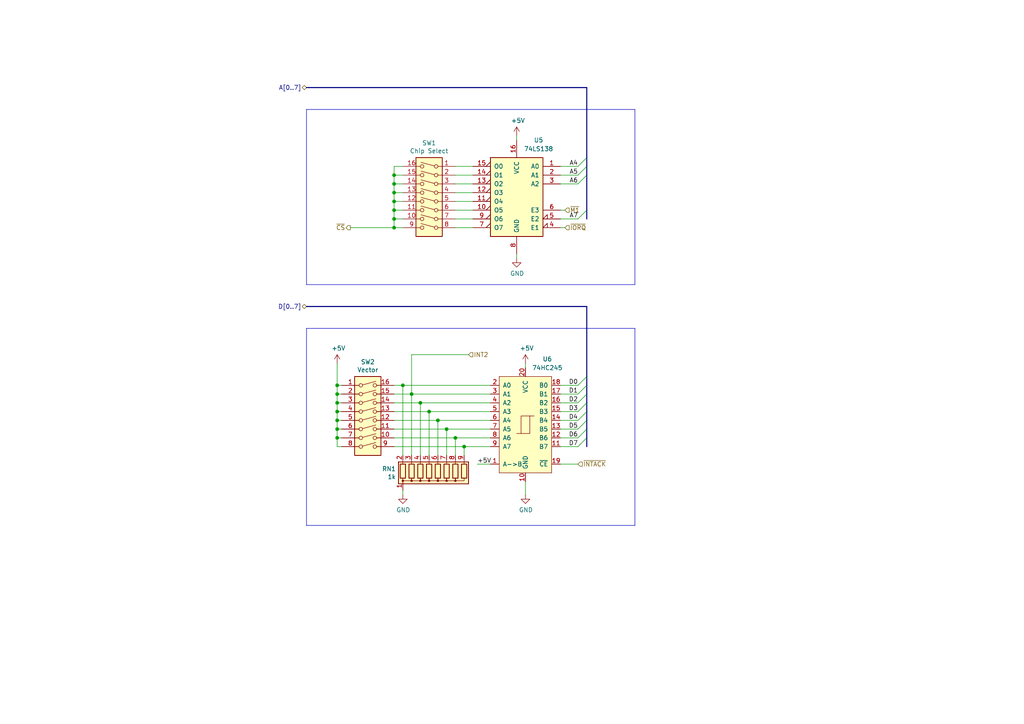
<source format=kicad_sch>
(kicad_sch (version 20230121) (generator eeschema)
  (paper "A4")
  (title_block (title "Project RackZ80 - RS232") (date "2021-04-09") (rev "1.0") (company "Jannik Kreucher"))
  (lib_symbols
    (symbol "74xx:74LS138" (pin_names (offset 1.016))
      (property "Reference" "U" (at -7.62 11.43 0))
      (property "Value" "74LS138" (at -7.62 -13.97 0))
      (symbol "74LS138_1_0"
        (pin input line (at -12.7 7.62 0) (length 5.08) (name "A0") (number "1"))
        (pin output output_low (at 12.7 -5.08 180) (length 5.08) (name "O5") (number "10"))
        (pin output output_low (at 12.7 -2.54 180) (length 5.08) (name "O4") (number "11"))
        (pin output output_low (at 12.7 0 180) (length 5.08) (name "O3") (number "12"))
        (pin output output_low (at 12.7 2.54 180) (length 5.08) (name "O2") (number "13"))
        (pin output output_low (at 12.7 5.08 180) (length 5.08) (name "O1") (number "14"))
        (pin output output_low (at 12.7 7.62 180) (length 5.08) (name "O0") (number "15"))
        (pin power_in line (at 0 15.24 270) (length 5.08) (name "VCC") (number "16"))
        (pin input line (at -12.7 5.08 0) (length 5.08) (name "A1") (number "2"))
        (pin input line (at -12.7 2.54 0) (length 5.08) (name "A2") (number "3"))
        (pin input input_low (at -12.7 -10.16 0) (length 5.08) (name "E1") (number "4"))
        (pin input input_low (at -12.7 -7.62 0) (length 5.08) (name "E2") (number "5"))
        (pin input line (at -12.7 -5.08 0) (length 5.08) (name "E3") (number "6"))
        (pin output output_low (at 12.7 -10.16 180) (length 5.08) (name "O7") (number "7"))
        (pin power_in line (at 0 -17.78 90) (length 5.08) (name "GND") (number "8"))
        (pin output output_low (at 12.7 -7.62 180) (length 5.08) (name "O6") (number "9"))
      )
      (symbol "74LS138_1_1"
        (rectangle (start -7.62 10.16) (end 7.62 -12.7) (stroke (width 0.254)) (fill (type background)))
      )
    )
    (symbol "Device:R_Network08" (pin_names (offset 0) hide)
      (property "Reference" "RN" (at -12.7 0 90))
      (property "Value" "R_Network08" (at 10.16 0 90))
      (symbol "R_Network08_0_1"
        (rectangle (start -11.43 -3.175) (end 8.89 3.175) (stroke (width 0.254)) (fill (type background)))
        (rectangle (start -10.922 1.524) (end -9.398 -2.54) (stroke (width 0.254)))
        (circle (center -10.16 2.286) (radius 0.254) (fill (type outline)))
        (rectangle (start -8.382 1.524) (end -6.858 -2.54) (stroke (width 0.254)))
        (circle (center -7.62 2.286) (radius 0.254) (fill (type outline)))
        (rectangle (start -5.842 1.524) (end -4.318 -2.54) (stroke (width 0.254)))
        (circle (center -5.08 2.286) (radius 0.254) (fill (type outline)))
        (rectangle (start -3.302 1.524) (end -1.778 -2.54) (stroke (width 0.254)))
        (circle (center -2.54 2.286) (radius 0.254) (fill (type outline)))
        (rectangle (start -0.762 1.524) (end 0.762 -2.54) (stroke (width 0.254)))
        (polyline (pts (xy -10.16 -2.54) (xy -10.16 -3.81)))
        (polyline (pts (xy -7.62 -2.54) (xy -7.62 -3.81)))
        (polyline (pts (xy -5.08 -2.54) (xy -5.08 -3.81)))
        (polyline (pts (xy -2.54 -2.54) (xy -2.54 -3.81)))
        (polyline (pts (xy 0 -2.54) (xy 0 -3.81)))
        (polyline (pts (xy 2.54 -2.54) (xy 2.54 -3.81)))
        (polyline (pts (xy 5.08 -2.54) (xy 5.08 -3.81)))
        (polyline (pts (xy 7.62 -2.54) (xy 7.62 -3.81)))
        (polyline (pts (xy -10.16 1.524) (xy -10.16 2.286) (xy -7.62 2.286) (xy -7.62 1.524)))
        (polyline (pts (xy -7.62 1.524) (xy -7.62 2.286) (xy -5.08 2.286) (xy -5.08 1.524)))
        (polyline (pts (xy -5.08 1.524) (xy -5.08 2.286) (xy -2.54 2.286) (xy -2.54 1.524)))
        (polyline (pts (xy -2.54 1.524) (xy -2.54 2.286) (xy 0 2.286) (xy 0 1.524)))
        (polyline (pts (xy 0 1.524) (xy 0 2.286) (xy 2.54 2.286) (xy 2.54 1.524)))
        (polyline (pts (xy 2.54 1.524) (xy 2.54 2.286) (xy 5.08 2.286) (xy 5.08 1.524)))
        (polyline (pts (xy 5.08 1.524) (xy 5.08 2.286) (xy 7.62 2.286) (xy 7.62 1.524)))
        (circle (center 0 2.286) (radius 0.254) (fill (type outline)))
        (rectangle (start 1.778 1.524) (end 3.302 -2.54) (stroke (width 0.254)))
        (circle (center 2.54 2.286) (radius 0.254) (fill (type outline)))
        (rectangle (start 4.318 1.524) (end 5.842 -2.54) (stroke (width 0.254)))
        (circle (center 5.08 2.286) (radius 0.254) (fill (type outline)))
        (rectangle (start 6.858 1.524) (end 8.382 -2.54) (stroke (width 0.254)))
      )
      (symbol "R_Network08_1_1"
        (pin passive line (at -10.16 5.08 270) (length 2.54) (name "common") (number "1"))
        (pin passive line (at -10.16 -5.08 90) (length 1.27) (name "R1") (number "2"))
        (pin passive line (at -7.62 -5.08 90) (length 1.27) (name "R2") (number "3"))
        (pin passive line (at -5.08 -5.08 90) (length 1.27) (name "R3") (number "4"))
        (pin passive line (at -2.54 -5.08 90) (length 1.27) (name "R4") (number "5"))
        (pin passive line (at 0 -5.08 90) (length 1.27) (name "R5") (number "6"))
        (pin passive line (at 2.54 -5.08 90) (length 1.27) (name "R6") (number "7"))
        (pin passive line (at 5.08 -5.08 90) (length 1.27) (name "R7") (number "8"))
        (pin passive line (at 7.62 -5.08 90) (length 1.27) (name "R8") (number "9"))
      )
    )
    (symbol "RackZ80_Parts:74HC245" (pin_names (offset 1.016))
      (property "Reference" "U" (at 6.35 19.05 0))
      (property "Value" "74HC245" (at 6.35 16.51 0))
      (symbol "74HC245_0_1"
        (rectangle (start -7.62 13.97) (end 7.62 -13.97) (fill (type background)))
        (polyline (pts (xy 1.27 2.54) (xy 1.27 -2.54) (xy -2.54 -2.54)))
        (polyline (pts (xy 2.54 2.54) (xy -1.27 2.54) (xy -1.27 -2.54)))
      )
      (symbol "74HC245_1_1"
        (pin input line (at -10.16 -11.43 0) (length 2.54) (name "A->B") (number "1"))
        (pin passive line (at 0 -16.51 90) (length 2.54) (name "GND") (number "10"))
        (pin bidirectional line (at 10.16 -6.35 180) (length 2.54) (name "B7") (number "11"))
        (pin bidirectional line (at 10.16 -3.81 180) (length 2.54) (name "B6") (number "12"))
        (pin bidirectional line (at 10.16 -1.27 180) (length 2.54) (name "B5") (number "13"))
        (pin bidirectional line (at 10.16 1.27 180) (length 2.54) (name "B4") (number "14"))
        (pin bidirectional line (at 10.16 3.81 180) (length 2.54) (name "B3") (number "15"))
        (pin bidirectional line (at 10.16 6.35 180) (length 2.54) (name "B2") (number "16"))
        (pin bidirectional line (at 10.16 8.89 180) (length 2.54) (name "B1") (number "17"))
        (pin bidirectional line (at 10.16 11.43 180) (length 2.54) (name "B0") (number "18"))
        (pin input line (at 10.16 -11.43 180) (length 2.54) (name "~{CE}") (number "19"))
        (pin bidirectional line (at -10.16 11.43 0) (length 2.54) (name "A0") (number "2"))
        (pin passive line (at 0 16.51 270) (length 2.54) (name "VCC") (number "20"))
        (pin bidirectional line (at -10.16 8.89 0) (length 2.54) (name "A1") (number "3"))
        (pin bidirectional line (at -10.16 6.35 0) (length 2.54) (name "A2") (number "4"))
        (pin bidirectional line (at -10.16 3.81 0) (length 2.54) (name "A3") (number "5"))
        (pin bidirectional line (at -10.16 1.27 0) (length 2.54) (name "A4") (number "6"))
        (pin bidirectional line (at -10.16 -1.27 0) (length 2.54) (name "A5") (number "7"))
        (pin bidirectional line (at -10.16 -3.81 0) (length 2.54) (name "A6") (number "8"))
        (pin bidirectional line (at -10.16 -6.35 0) (length 2.54) (name "A7") (number "9"))
      )
    )
    (symbol "Switch:SW_DIP_x08" (pin_names (offset 0) hide)
      (property "Reference" "SW" (at 0 13.97 0))
      (property "Value" "SW_DIP_x08" (at 0 -11.43 0))
      (symbol "SW_DIP_x08_0_0"
        (circle (center -2.032 -7.62) (radius 0.508))
        (circle (center -2.032 -5.08) (radius 0.508))
        (circle (center -2.032 -2.54) (radius 0.508))
        (circle (center -2.032 0) (radius 0.508))
        (circle (center -2.032 2.54) (radius 0.508))
        (circle (center -2.032 5.08) (radius 0.508))
        (circle (center -2.032 7.62) (radius 0.508))
        (circle (center -2.032 10.16) (radius 0.508))
        (polyline (pts (xy -1.524 -7.4676) (xy 2.3622 -6.4262)))
        (polyline (pts (xy -1.524 -4.9276) (xy 2.3622 -3.8862)))
        (polyline (pts (xy -1.524 -2.3876) (xy 2.3622 -1.3462)))
        (polyline (pts (xy -1.524 0.127) (xy 2.3622 1.1684)))
        (polyline (pts (xy -1.524 2.667) (xy 2.3622 3.7084)))
        (polyline (pts (xy -1.524 5.207) (xy 2.3622 6.2484)))
        (polyline (pts (xy -1.524 7.747) (xy 2.3622 8.7884)))
        (polyline (pts (xy -1.524 10.287) (xy 2.3622 11.3284)))
        (circle (center 2.032 -7.62) (radius 0.508))
        (circle (center 2.032 -5.08) (radius 0.508))
        (circle (center 2.032 -2.54) (radius 0.508))
        (circle (center 2.032 0) (radius 0.508))
        (circle (center 2.032 2.54) (radius 0.508))
        (circle (center 2.032 5.08) (radius 0.508))
        (circle (center 2.032 7.62) (radius 0.508))
        (circle (center 2.032 10.16) (radius 0.508))
      )
      (symbol "SW_DIP_x08_0_1"
        (rectangle (start -3.81 12.7) (end 3.81 -10.16) (stroke (width 0.254)) (fill (type background)))
      )
      (symbol "SW_DIP_x08_1_1"
        (pin passive line (at -7.62 10.16 0) (length 5.08) (name "~") (number "1"))
        (pin passive line (at 7.62 -5.08 180) (length 5.08) (name "~") (number "10"))
        (pin passive line (at 7.62 -2.54 180) (length 5.08) (name "~") (number "11"))
        (pin passive line (at 7.62 0 180) (length 5.08) (name "~") (number "12"))
        (pin passive line (at 7.62 2.54 180) (length 5.08) (name "~") (number "13"))
        (pin passive line (at 7.62 5.08 180) (length 5.08) (name "~") (number "14"))
        (pin passive line (at 7.62 7.62 180) (length 5.08) (name "~") (number "15"))
        (pin passive line (at 7.62 10.16 180) (length 5.08) (name "~") (number "16"))
        (pin passive line (at -7.62 7.62 0) (length 5.08) (name "~") (number "2"))
        (pin passive line (at -7.62 5.08 0) (length 5.08) (name "~") (number "3"))
        (pin passive line (at -7.62 2.54 0) (length 5.08) (name "~") (number "4"))
        (pin passive line (at -7.62 0 0) (length 5.08) (name "~") (number "5"))
        (pin passive line (at -7.62 -2.54 0) (length 5.08) (name "~") (number "6"))
        (pin passive line (at -7.62 -5.08 0) (length 5.08) (name "~") (number "7"))
        (pin passive line (at -7.62 -7.62 0) (length 5.08) (name "~") (number "8"))
        (pin passive line (at 7.62 -7.62 180) (length 5.08) (name "~") (number "9"))
      )
    )
    (symbol "power:+5V" (power) (pin_names (offset 0))
      (property "Value" "+5V" (at 0 3.556 0))
      (symbol "+5V_0_1"
        (polyline (pts (xy -0.762 1.27) (xy 0 2.54)))
        (polyline (pts (xy 0 0) (xy 0 2.54)))
        (polyline (pts (xy 0 2.54) (xy 0.762 1.27)))
      )
      (symbol "+5V_1_1"
        (pin power_in line (at 0 0 90) (length 0) hide (name "+5V") (number "1"))
      )
    )
    (symbol "power:GND" (power) (pin_names (offset 0))
      (property "Value" "GND" (at 0 -3.81 0))
      (symbol "GND_0_1"
        (polyline (pts (xy 0 0) (xy 0 -1.27) (xy 1.27 -1.27) (xy 0 -2.54) (xy -1.27 -1.27) (xy 0 -1.27)))
      )
      (symbol "GND_1_1"
        (pin power_in line (at 0 0 270) (length 0) hide (name "GND") (number "1"))
      )
    )
  )
  (junction (at 114.3 66.04))
  (junction (at 119.38 114.3))
  (junction (at 114.3 58.42))
  (junction (at 97.79 121.92))
  (junction (at 127 121.92))
  (junction (at 97.79 114.3))
  (junction (at 97.79 127))
  (junction (at 124.46 119.38))
  (junction (at 121.92 116.84))
  (junction (at 134.62 129.54))
  (junction (at 114.3 50.8))
  (junction (at 132.08 127))
  (junction (at 97.79 111.76))
  (junction (at 97.79 119.38))
  (junction (at 114.3 60.96))
  (junction (at 129.54 124.46))
  (junction (at 97.79 116.84))
  (junction (at 114.3 53.34))
  (junction (at 116.84 111.76))
  (junction (at 114.3 63.5))
  (junction (at 97.79 124.46))
  (junction (at 114.3 55.88))
  (bus_entry (at 167.64 63.5) (size 2.54 -2.54))
  (bus_entry (at 167.64 119.38) (size 2.54 -2.54))
  (bus_entry (at 167.64 124.46) (size 2.54 -2.54))
  (bus_entry (at 167.64 127) (size 2.54 -2.54))
  (bus_entry (at 167.64 53.34) (size 2.54 -2.54))
  (bus_entry (at 167.64 129.54) (size 2.54 -2.54))
  (bus_entry (at 167.64 111.76) (size 2.54 -2.54))
  (bus_entry (at 167.64 48.26) (size 2.54 -2.54))
  (bus_entry (at 167.64 50.8) (size 2.54 -2.54))
  (bus_entry (at 167.64 116.84) (size 2.54 -2.54))
  (bus_entry (at 167.64 121.92) (size 2.54 -2.54))
  (bus_entry (at 167.64 114.3) (size 2.54 -2.54))
  (wire (pts (xy 114.3 50.8) (xy 114.3 53.34)))
  (wire (pts (xy 97.79 105.41) (xy 97.79 111.76)))
  (wire (pts (xy 116.84 58.42) (xy 114.3 58.42)))
  (wire (pts (xy 132.08 58.42) (xy 137.16 58.42)))
  (wire (pts (xy 162.56 124.46) (xy 167.64 124.46)))
  (wire (pts (xy 97.79 127) (xy 97.79 129.54)))
  (wire (pts (xy 97.79 114.3) (xy 97.79 116.84)))
  (wire (pts (xy 119.38 102.87) (xy 119.38 114.3)))
  (wire (pts (xy 114.3 48.26) (xy 114.3 50.8)))
  (wire (pts (xy 132.08 48.26) (xy 137.16 48.26)))
  (wire (pts (xy 99.06 127) (xy 97.79 127)))
  (bus (pts (xy 170.18 60.96) (xy 170.18 63.5)))
  (wire (pts (xy 167.64 48.26) (xy 162.56 48.26)))
  (wire (pts (xy 114.3 124.46) (xy 129.54 124.46)))
  (wire (pts (xy 129.54 124.46) (xy 142.24 124.46)))
  (polyline (pts (xy 88.9 31.75) (xy 184.15 31.75)))
  (wire (pts (xy 116.84 53.34) (xy 114.3 53.34)))
  (wire (pts (xy 116.84 111.76) (xy 114.3 111.76)))
  (wire (pts (xy 99.06 119.38) (xy 97.79 119.38)))
  (wire (pts (xy 97.79 121.92) (xy 97.79 124.46)))
  (wire (pts (xy 116.84 142.24) (xy 116.84 143.51)))
  (wire (pts (xy 114.3 114.3) (xy 119.38 114.3)))
  (bus (pts (xy 170.18 124.46) (xy 170.18 127)))
  (wire (pts (xy 162.56 119.38) (xy 167.64 119.38)))
  (wire (pts (xy 142.24 134.62) (xy 138.43 134.62)))
  (wire (pts (xy 152.4 139.7) (xy 152.4 143.51)))
  (wire (pts (xy 114.3 55.88) (xy 114.3 58.42)))
  (wire (pts (xy 99.06 121.92) (xy 97.79 121.92)))
  (wire (pts (xy 97.79 124.46) (xy 97.79 127)))
  (wire (pts (xy 116.84 50.8) (xy 114.3 50.8)))
  (wire (pts (xy 137.16 60.96) (xy 132.08 60.96)))
  (wire (pts (xy 162.56 129.54) (xy 167.64 129.54)))
  (wire (pts (xy 149.86 73.66) (xy 149.86 74.93)))
  (bus (pts (xy 170.18 25.4) (xy 170.18 45.72)))
  (wire (pts (xy 97.79 129.54) (xy 99.06 129.54)))
  (polyline (pts (xy 184.15 95.25) (xy 184.15 152.4)))
  (wire (pts (xy 97.79 116.84) (xy 97.79 119.38)))
  (bus (pts (xy 170.18 121.92) (xy 170.18 124.46)))
  (wire (pts (xy 124.46 119.38) (xy 142.24 119.38)))
  (bus (pts (xy 170.18 48.26) (xy 170.18 50.8)))
  (wire (pts (xy 119.38 114.3) (xy 142.24 114.3)))
  (wire (pts (xy 116.84 66.04) (xy 114.3 66.04)))
  (wire (pts (xy 119.38 132.08) (xy 119.38 114.3)))
  (wire (pts (xy 116.84 63.5) (xy 114.3 63.5)))
  (bus (pts (xy 170.18 111.76) (xy 170.18 114.3)))
  (wire (pts (xy 132.08 53.34) (xy 137.16 53.34)))
  (wire (pts (xy 149.86 39.37) (xy 149.86 40.64)))
  (wire (pts (xy 114.3 53.34) (xy 114.3 55.88)))
  (wire (pts (xy 167.64 121.92) (xy 162.56 121.92)))
  (wire (pts (xy 132.08 127) (xy 142.24 127)))
  (polyline (pts (xy 184.15 31.75) (xy 184.15 82.55)))
  (bus (pts (xy 170.18 88.9) (xy 170.18 109.22)))
  (wire (pts (xy 134.62 129.54) (xy 114.3 129.54)))
  (polyline (pts (xy 88.9 82.55) (xy 184.15 82.55)))
  (bus (pts (xy 170.18 127) (xy 170.18 129.54)))
  (wire (pts (xy 137.16 66.04) (xy 132.08 66.04)))
  (wire (pts (xy 99.06 111.76) (xy 97.79 111.76)))
  (wire (pts (xy 142.24 116.84) (xy 121.92 116.84)))
  (wire (pts (xy 163.83 60.96) (xy 162.56 60.96)))
  (wire (pts (xy 167.64 134.62) (xy 162.56 134.62)))
  (wire (pts (xy 114.3 63.5) (xy 114.3 66.04)))
  (bus (pts (xy 88.9 88.9) (xy 170.18 88.9)))
  (bus (pts (xy 88.9 25.4) (xy 170.18 25.4)))
  (wire (pts (xy 167.64 127) (xy 162.56 127)))
  (wire (pts (xy 121.92 132.08) (xy 121.92 116.84)))
  (wire (pts (xy 121.92 116.84) (xy 114.3 116.84)))
  (polyline (pts (xy 88.9 95.25) (xy 184.15 95.25)))
  (wire (pts (xy 99.06 116.84) (xy 97.79 116.84)))
  (bus (pts (xy 170.18 109.22) (xy 170.18 111.76)))
  (wire (pts (xy 99.06 124.46) (xy 97.79 124.46)))
  (wire (pts (xy 127 121.92) (xy 114.3 121.92)))
  (wire (pts (xy 116.84 60.96) (xy 114.3 60.96)))
  (wire (pts (xy 119.38 102.87) (xy 135.89 102.87)))
  (wire (pts (xy 114.3 58.42) (xy 114.3 60.96)))
  (wire (pts (xy 142.24 129.54) (xy 134.62 129.54)))
  (wire (pts (xy 97.79 119.38) (xy 97.79 121.92)))
  (wire (pts (xy 114.3 66.04) (xy 101.6 66.04)))
  (wire (pts (xy 167.64 111.76) (xy 162.56 111.76)))
  (wire (pts (xy 114.3 55.88) (xy 116.84 55.88)))
  (wire (pts (xy 129.54 132.08) (xy 129.54 124.46)))
  (wire (pts (xy 152.4 105.41) (xy 152.4 106.68)))
  (bus (pts (xy 170.18 119.38) (xy 170.18 121.92)))
  (wire (pts (xy 162.56 114.3) (xy 167.64 114.3)))
  (polyline (pts (xy 88.9 152.4) (xy 184.15 152.4)))
  (wire (pts (xy 97.79 111.76) (xy 97.79 114.3)))
  (wire (pts (xy 167.64 116.84) (xy 162.56 116.84)))
  (bus (pts (xy 170.18 116.84) (xy 170.18 119.38)))
  (wire (pts (xy 142.24 121.92) (xy 127 121.92)))
  (wire (pts (xy 167.64 53.34) (xy 162.56 53.34)))
  (wire (pts (xy 116.84 132.08) (xy 116.84 111.76)))
  (wire (pts (xy 162.56 66.04) (xy 163.83 66.04)))
  (wire (pts (xy 142.24 111.76) (xy 116.84 111.76)))
  (wire (pts (xy 132.08 132.08) (xy 132.08 127)))
  (polyline (pts (xy 88.9 31.75) (xy 88.9 82.55)))
  (wire (pts (xy 127 132.08) (xy 127 121.92)))
  (wire (pts (xy 162.56 50.8) (xy 167.64 50.8)))
  (wire (pts (xy 114.3 60.96) (xy 114.3 63.5)))
  (wire (pts (xy 134.62 132.08) (xy 134.62 129.54)))
  (bus (pts (xy 170.18 114.3) (xy 170.18 116.84)))
  (wire (pts (xy 137.16 55.88) (xy 132.08 55.88)))
  (wire (pts (xy 162.56 63.5) (xy 167.64 63.5)))
  (wire (pts (xy 124.46 132.08) (xy 124.46 119.38)))
  (bus (pts (xy 170.18 50.8) (xy 170.18 60.96)))
  (wire (pts (xy 114.3 119.38) (xy 124.46 119.38)))
  (wire (pts (xy 132.08 63.5) (xy 137.16 63.5)))
  (bus (pts (xy 170.18 45.72) (xy 170.18 48.26)))
  (wire (pts (xy 137.16 50.8) (xy 132.08 50.8)))
  (wire (pts (xy 114.3 127) (xy 132.08 127)))
  (wire (pts (xy 99.06 114.3) (xy 97.79 114.3)))
  (wire (pts (xy 116.84 48.26) (xy 114.3 48.26)))
  (polyline (pts (xy 88.9 95.25) (xy 88.9 152.4)))
  (label "D3" (at 167.64 119.38 180))
  (label "A4" (at 167.64 48.26 180))
  (label "D5" (at 167.64 124.46 180))
  (label "+5V" (at 138.43 134.62 0))
  (label "D4" (at 167.64 121.92 180))
  (label "D2" (at 167.64 116.84 180))
  (label "D6" (at 167.64 127 180))
  (label "D0" (at 167.64 111.76 180))
  (label "A7" (at 167.64 63.5 180))
  (label "D1" (at 167.64 114.3 180))
  (label "A5" (at 167.64 50.8 180))
  (label "D7" (at 167.64 129.54 180))
  (label "A6" (at 167.64 53.34 180))
  (hierarchical_label "~{INTACK}" (shape input) (at 167.64 134.62 0))
  (hierarchical_label "~{CS}" (shape output) (at 101.6 66.04 180))
  (hierarchical_label "D[0..7]" (shape bidirectional) (at 88.9 88.9 180))
  (hierarchical_label "A[0..7]" (shape bidirectional) (at 88.9 25.4 180))
  (hierarchical_label "~{M1}" (shape input) (at 163.83 60.96 0))
  (hierarchical_label "INT2" (shape input) (at 135.89 102.87 0))
  (hierarchical_label "~{IORQ}" (shape input) (at 163.83 66.04 0))
  (symbol (lib_id "RackZ80_Parts:74HC245") (at 152.4 123.19 0) (unit 1)
    (property "Reference" "U6" (at 158.75 104.14 0))
    (property "Value" "74HC245" (at 158.75 106.68 0))
    (property "Footprint" "rackz80_footprints:DIP-20_Socket" (effects hide))
  )
  (symbol (lib_id "Switch:SW_DIP_x08") (at 106.68 121.92 0) (unit 1)
    (property "Reference" "SW2" (at 106.68 104.9782 0))
    (property "Value" "Vector" (at 106.68 107.2896 0))
    (property "Footprint" "Button_Switch_THT:SW_DIP_SPSTx08_Slide_9.78x22.5mm_W7.62mm_P2.54mm" (effects hide))
  )
  (symbol (lib_id "Device:R_Network08") (at 127 137.16 0) (mirror x) (unit 1)
    (property "Reference" "RN1" (at 114.8334 135.9916 0) (effects (justify right)))
    (property "Value" "1k" (at 114.8334 138.303 0) (effects (justify right)))
    (property "Footprint" "Resistor_THT:R_Array_SIP9" (effects hide))
    (property "Datasheet" "http://www.vishay.com/docs/31509/csc.pdf" (effects hide))
  )
  (symbol (lib_id "power:GND") (at 116.84 143.51 0) (unit 1)
    (property "Reference" "#PWR021" (effects hide))
    (property "Value" "GND" (at 116.967 147.9042 0))
  )
  (symbol (lib_id "power:GND") (at 152.4 143.51 0) (unit 1)
    (property "Reference" "#PWR023" (effects hide))
    (property "Value" "GND" (at 152.527 147.9042 0))
  )
  (symbol (lib_id "power:+5V") (at 152.4 105.41 0) (unit 1)
    (property "Reference" "#PWR020" (effects hide))
    (property "Value" "+5V" (at 152.781 101.0158 0))
  )
  (symbol (lib_id "power:+5V") (at 97.79 105.41 0) (unit 1)
    (property "Reference" "#PWR019" (effects hide))
    (property "Value" "+5V" (at 98.171 101.0158 0))
  )
  (symbol (lib_id "74xx:74LS138") (at 149.86 55.88 0) (mirror y) (unit 1)
    (property "Reference" "U5" (at 156.21 40.64 0))
    (property "Value" "74LS138" (at 156.21 43.18 0))
    (property "Footprint" "rackz80_footprints:DIP-16_Socket" (effects hide))
    (property "Datasheet" "http://www.ti.com/lit/gpn/sn74LS138" (effects hide))
  )
  (symbol (lib_id "power:+5V") (at 149.86 39.37 0) (unit 1)
    (property "Reference" "#PWR017" (effects hide))
    (property "Value" "+5V" (at 150.241 34.9758 0))
  )
  (symbol (lib_id "power:GND") (at 149.86 74.93 0) (unit 1)
    (property "Reference" "#PWR018" (effects hide))
    (property "Value" "GND" (at 149.987 79.3242 0))
  )
  (symbol (lib_id "Switch:SW_DIP_x08") (at 124.46 58.42 0) (mirror y) (unit 1)
    (property "Reference" "SW1" (at 124.46 41.4782 0))
    (property "Value" "Chip Select" (at 124.46 43.7896 0))
    (property "Footprint" "Button_Switch_THT:SW_DIP_SPSTx08_Slide_9.78x22.5mm_W7.62mm_P2.54mm" (effects hide))
  )
)
</source>
